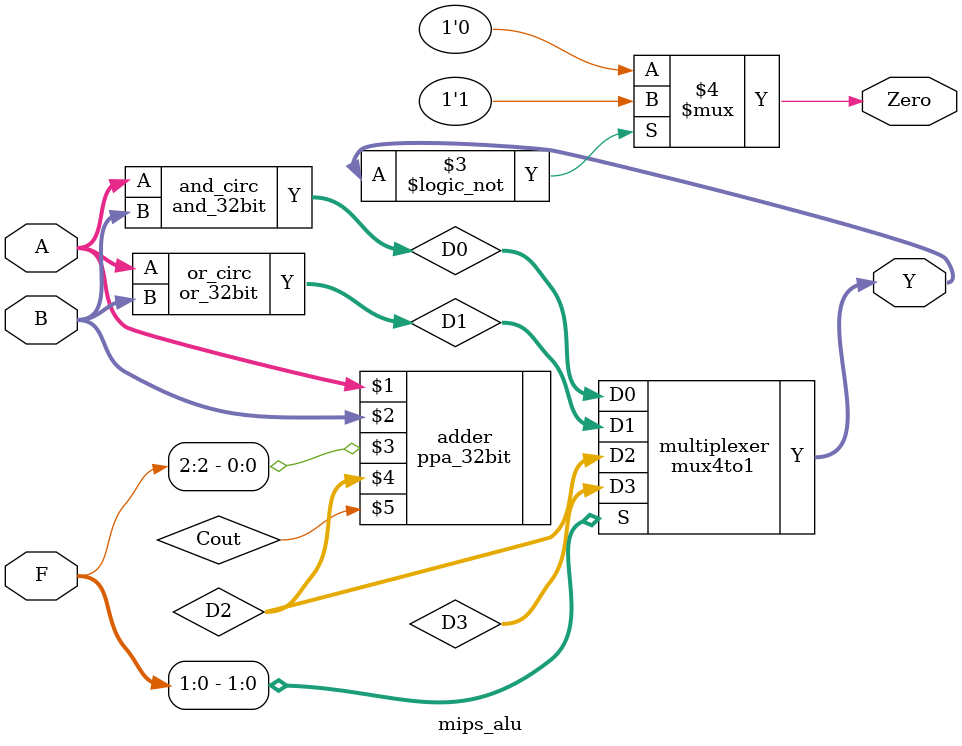
<source format=sv>
/*
 * This file contains the ALU implementation for MIPS architecture
 * ALU can perform ADD, SUB, AND, OR, SLT
 */

module and_32bit(input logic [31:0] A,B,
                 output logic [31:0] Y);
    assign Y = A & B;
endmodule

module or_32bit(input logic [31:0] A,B,
                 output logic [31:0] Y);
    assign Y = A | B;
endmodule

module mux4to1(input logic [31:0] D0, D1, D2, D3,
               input logic [1:0] S,
               output logic [31:0] Y);

    always_comb
        begin : ALU_output_block
            case (S)
                2'b00: Y = D0; 
                2'b01: Y = D1;
                2'b10: Y = D2;
                2'b11: Y = D3;
            endcase
        end

endmodule

module mips_alu(input logic [31:0]  A, B,
                input logic [2:0]   F,
                output logic [31:0] Y,
                output logic        Zero);

    logic [31:0] D0, D1, D2, D3;
    logic [31:0] negated_B;
    logic Cout;

    assign negated_B = F[2] ? (~B):B;

    //instantiate and module
    and_32bit and_circ(A, B, D0);
    //instantiate or module
    or_32bit or_circ(A, B, D1);
    //instantiate adder
    ppa_32bit adder(A, B, F[2], D2, Cout);

    //get the output of the ALU
    mux4to1 multiplexer(D0, D1, D2, D3, F[1:0], Y);

    assign Zero = (Y == 32'b0) ? 1'b1 : 1'b0;
    
endmodule 
</source>
